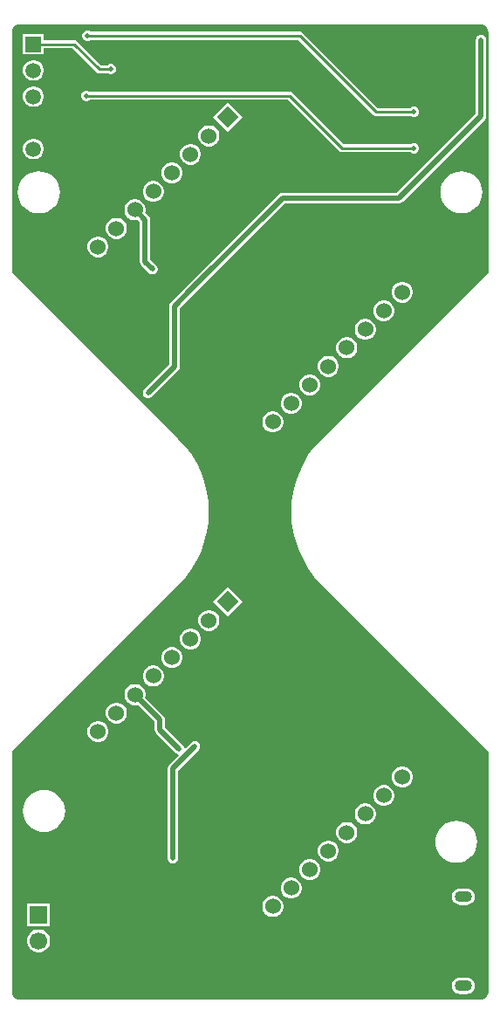
<source format=gtl>
G04*
G04 #@! TF.GenerationSoftware,Altium Limited,Altium Designer,21.6.1 (37)*
G04*
G04 Layer_Physical_Order=1*
G04 Layer_Color=16711680*
%FSLAX25Y25*%
%MOIN*%
G70*
G04*
G04 #@! TF.SameCoordinates,C0504D16-1B66-4A67-A265-E874579EAF83*
G04*
G04*
G04 #@! TF.FilePolarity,Positive*
G04*
G01*
G75*
%ADD11C,0.01000*%
%ADD19C,0.01968*%
%ADD20C,0.05906*%
%ADD21R,0.05906X0.05906*%
%ADD22C,0.06000*%
%ADD23P,0.08485X4X90.0*%
%ADD24R,0.06693X0.06693*%
%ADD25C,0.06693*%
%ADD26O,0.06693X0.04331*%
%ADD27C,0.01968*%
G36*
X88947Y186129D02*
X89613Y185854D01*
X90185Y185415D01*
X90623Y184843D01*
X90899Y184177D01*
X90931Y183938D01*
X90990Y183463D01*
X90990Y182967D01*
X90990Y182964D01*
Y91383D01*
X27493Y27886D01*
X27127Y27545D01*
X27127Y27545D01*
X24560Y24712D01*
X22282Y21642D01*
X20317Y18363D01*
X18683Y14907D01*
X17395Y11308D01*
X16466Y7600D01*
X15905Y3818D01*
X15717Y0D01*
X15905Y-3818D01*
X16466Y-7600D01*
X17395Y-11308D01*
X18683Y-14907D01*
X20317Y-18363D01*
X22282Y-21642D01*
X24560Y-24712D01*
X27127Y-27545D01*
X27127Y-27545D01*
X27493Y-27886D01*
X90990Y-91383D01*
Y-182967D01*
X90990Y-183463D01*
X90931Y-183938D01*
X90899Y-184177D01*
X90623Y-184843D01*
X90185Y-185415D01*
X89613Y-185854D01*
X88947Y-186129D01*
X88241Y-186222D01*
X88232Y-186221D01*
X-88175D01*
X-88184Y-186222D01*
X-88890Y-186129D01*
X-89556Y-185854D01*
X-90128Y-185415D01*
X-90566Y-184843D01*
X-90842Y-184177D01*
X-90874Y-183938D01*
X-90933Y-183462D01*
X-90934Y-182963D01*
X-90990Y-91383D01*
X-27139Y-27533D01*
X-27127Y-27545D01*
X-24560Y-24712D01*
X-22282Y-21642D01*
X-20317Y-18363D01*
X-18683Y-14907D01*
X-17395Y-11308D01*
X-16466Y-7600D01*
X-15905Y-3818D01*
X-15717Y0D01*
X-15905Y3818D01*
X-16466Y7600D01*
X-17395Y11308D01*
X-18683Y14907D01*
X-20317Y18363D01*
X-22282Y21642D01*
X-24560Y24712D01*
X-27127Y27545D01*
X-27139Y27533D01*
X-90990Y91384D01*
Y182967D01*
X-90990Y183463D01*
X-90931Y183938D01*
X-90899Y184177D01*
X-90623Y184843D01*
X-90185Y185415D01*
X-89613Y185854D01*
X-88947Y186129D01*
X-88241Y186222D01*
X-88232Y186221D01*
X88232Y186221D01*
X88241Y186222D01*
X88947Y186129D01*
D02*
G37*
%LPC*%
G36*
X-78847Y182553D02*
X-86753D01*
Y174647D01*
X-78847D01*
Y177071D01*
X-67933D01*
X-58781Y167919D01*
X-58285Y167587D01*
X-57700Y167471D01*
X-54477D01*
X-54324Y167318D01*
X-53595Y167016D01*
X-52805D01*
X-52076Y167318D01*
X-51518Y167876D01*
X-51216Y168605D01*
Y169395D01*
X-51518Y170124D01*
X-52076Y170682D01*
X-52805Y170984D01*
X-53595D01*
X-54324Y170682D01*
X-54477Y170529D01*
X-57067D01*
X-66219Y179681D01*
X-66715Y180013D01*
X-67300Y180129D01*
X-78847D01*
Y182553D01*
D02*
G37*
G36*
X-82280Y172553D02*
X-83320D01*
X-84326Y172283D01*
X-85227Y171763D01*
X-85963Y171027D01*
X-86483Y170126D01*
X-86753Y169120D01*
Y168080D01*
X-86483Y167074D01*
X-85963Y166173D01*
X-85227Y165437D01*
X-84326Y164917D01*
X-83320Y164647D01*
X-82280D01*
X-81274Y164917D01*
X-80373Y165437D01*
X-79637Y166173D01*
X-79117Y167074D01*
X-78847Y168080D01*
Y169120D01*
X-79117Y170126D01*
X-79637Y171027D01*
X-80373Y171763D01*
X-81274Y172283D01*
X-82280Y172553D01*
D02*
G37*
G36*
Y162553D02*
X-83320D01*
X-84326Y162283D01*
X-85227Y161763D01*
X-85963Y161027D01*
X-86483Y160126D01*
X-86753Y159120D01*
Y158080D01*
X-86483Y157074D01*
X-85963Y156173D01*
X-85227Y155437D01*
X-84326Y154917D01*
X-83320Y154647D01*
X-82280D01*
X-81274Y154917D01*
X-80373Y155437D01*
X-79637Y156173D01*
X-79117Y157074D01*
X-78847Y158080D01*
Y159120D01*
X-79117Y160126D01*
X-79637Y161027D01*
X-80373Y161763D01*
X-81274Y162283D01*
X-82280Y162553D01*
D02*
G37*
G36*
X-61705Y183784D02*
X-62495D01*
X-63224Y183482D01*
X-63782Y182924D01*
X-64084Y182195D01*
Y181405D01*
X-63782Y180676D01*
X-63224Y180118D01*
X-62495Y179816D01*
X-61705D01*
X-60976Y180118D01*
X-60823Y180271D01*
X18466D01*
X47139Y151598D01*
X47635Y151267D01*
X48221Y151150D01*
X48221Y151150D01*
X61323D01*
X61476Y150997D01*
X62205Y150695D01*
X62995D01*
X63724Y150997D01*
X64282Y151556D01*
X64584Y152285D01*
Y153074D01*
X64282Y153804D01*
X63724Y154362D01*
X62995Y154664D01*
X62205D01*
X61476Y154362D01*
X61323Y154209D01*
X48854D01*
X20181Y182881D01*
X19685Y183213D01*
X19100Y183329D01*
X-60823D01*
X-60976Y183482D01*
X-61705Y183784D01*
D02*
G37*
G36*
X-8658Y156332D02*
X-14315Y150675D01*
X-8658Y145018D01*
X-3001Y150675D01*
X-8658Y156332D01*
D02*
G37*
G36*
X-15202Y147604D02*
X-16256D01*
X-17273Y147331D01*
X-18185Y146805D01*
X-18930Y146060D01*
X-19456Y145148D01*
X-19729Y144131D01*
Y143077D01*
X-19456Y142060D01*
X-18930Y141148D01*
X-18185Y140403D01*
X-17273Y139877D01*
X-16256Y139604D01*
X-15202D01*
X-14185Y139877D01*
X-13273Y140403D01*
X-12528Y141148D01*
X-12002Y142060D01*
X-11729Y143077D01*
Y144131D01*
X-12002Y145148D01*
X-12528Y146060D01*
X-13273Y146805D01*
X-14185Y147331D01*
X-15202Y147604D01*
D02*
G37*
G36*
X-62105Y160884D02*
X-62895D01*
X-63624Y160582D01*
X-64182Y160024D01*
X-64484Y159295D01*
Y158505D01*
X-64182Y157776D01*
X-63624Y157218D01*
X-62895Y156916D01*
X-62105D01*
X-61376Y157218D01*
X-61223Y157371D01*
X14567D01*
X34119Y137819D01*
X34615Y137487D01*
X35200Y137371D01*
X61323D01*
X61476Y137218D01*
X62205Y136916D01*
X62995D01*
X63724Y137218D01*
X64282Y137776D01*
X64584Y138505D01*
Y139295D01*
X64282Y140024D01*
X63724Y140582D01*
X62995Y140884D01*
X62205D01*
X61476Y140582D01*
X61323Y140429D01*
X35833D01*
X16281Y159981D01*
X15785Y160313D01*
X15200Y160429D01*
X-61223D01*
X-61376Y160582D01*
X-62105Y160884D01*
D02*
G37*
G36*
X-82280Y142553D02*
X-83320D01*
X-84326Y142283D01*
X-85227Y141763D01*
X-85963Y141027D01*
X-86483Y140126D01*
X-86753Y139120D01*
Y138080D01*
X-86483Y137074D01*
X-85963Y136173D01*
X-85227Y135437D01*
X-84326Y134917D01*
X-83320Y134647D01*
X-82280D01*
X-81274Y134917D01*
X-80373Y135437D01*
X-79637Y136173D01*
X-79117Y137074D01*
X-78847Y138080D01*
Y139120D01*
X-79117Y140126D01*
X-79637Y141027D01*
X-80373Y141763D01*
X-81274Y142283D01*
X-82280Y142553D01*
D02*
G37*
G36*
X-22273Y140533D02*
X-23327D01*
X-24344Y140260D01*
X-25256Y139734D01*
X-26001Y138989D01*
X-26527Y138077D01*
X-26800Y137059D01*
Y136006D01*
X-26527Y134989D01*
X-26001Y134077D01*
X-25256Y133332D01*
X-24344Y132806D01*
X-23327Y132533D01*
X-22273D01*
X-21256Y132806D01*
X-20344Y133332D01*
X-19599Y134077D01*
X-19073Y134989D01*
X-18800Y136006D01*
Y137059D01*
X-19073Y138077D01*
X-19599Y138989D01*
X-20344Y139734D01*
X-21256Y140260D01*
X-22273Y140533D01*
D02*
G37*
G36*
X-29344Y133462D02*
X-30398D01*
X-31415Y133189D01*
X-32327Y132663D01*
X-33072Y131918D01*
X-33599Y131006D01*
X-33871Y129988D01*
Y128935D01*
X-33599Y127918D01*
X-33072Y127006D01*
X-32327Y126261D01*
X-31415Y125734D01*
X-30398Y125462D01*
X-29344D01*
X-28327Y125734D01*
X-27415Y126261D01*
X-26670Y127006D01*
X-26144Y127918D01*
X-25871Y128935D01*
Y129988D01*
X-26144Y131006D01*
X-26670Y131918D01*
X-27415Y132663D01*
X-28327Y133189D01*
X-29344Y133462D01*
D02*
G37*
G36*
X-36415Y126391D02*
X-37469D01*
X-38486Y126118D01*
X-39398Y125592D01*
X-40143Y124847D01*
X-40670Y123935D01*
X-40942Y122917D01*
Y121864D01*
X-40670Y120847D01*
X-40143Y119935D01*
X-39398Y119190D01*
X-38486Y118663D01*
X-37469Y118391D01*
X-36415D01*
X-35398Y118663D01*
X-34486Y119190D01*
X-33741Y119935D01*
X-33215Y120847D01*
X-32942Y121864D01*
Y122917D01*
X-33215Y123935D01*
X-33741Y124847D01*
X-34486Y125592D01*
X-35398Y126118D01*
X-36415Y126391D01*
D02*
G37*
G36*
X80709Y130082D02*
X79141Y129928D01*
X77634Y129470D01*
X76245Y128728D01*
X75027Y127729D01*
X74028Y126511D01*
X73286Y125122D01*
X72828Y123615D01*
X72674Y122047D01*
X72828Y120480D01*
X73286Y118973D01*
X74028Y117583D01*
X75027Y116366D01*
X76245Y115367D01*
X77634Y114624D01*
X79141Y114167D01*
X80709Y114013D01*
X82276Y114167D01*
X83783Y114624D01*
X85172Y115367D01*
X86390Y116366D01*
X87389Y117583D01*
X88132Y118973D01*
X88589Y120480D01*
X88743Y122047D01*
X88589Y123615D01*
X88132Y125122D01*
X87389Y126511D01*
X86390Y127729D01*
X85172Y128728D01*
X83783Y129470D01*
X82276Y129928D01*
X80709Y130082D01*
D02*
G37*
G36*
X-80709D02*
X-82276Y129928D01*
X-83783Y129470D01*
X-85172Y128728D01*
X-86390Y127729D01*
X-87389Y126511D01*
X-88132Y125122D01*
X-88589Y123615D01*
X-88743Y122047D01*
X-88589Y120480D01*
X-88132Y118973D01*
X-87389Y117583D01*
X-86390Y116366D01*
X-85172Y115367D01*
X-83783Y114624D01*
X-82276Y114167D01*
X-80709Y114013D01*
X-79141Y114167D01*
X-77634Y114624D01*
X-76245Y115367D01*
X-75027Y116366D01*
X-74028Y117583D01*
X-73286Y118973D01*
X-72828Y120480D01*
X-72674Y122047D01*
X-72828Y123615D01*
X-73286Y125122D01*
X-74028Y126511D01*
X-75027Y127729D01*
X-76245Y128728D01*
X-77634Y129470D01*
X-79141Y129928D01*
X-80709Y130082D01*
D02*
G37*
G36*
X-50558Y112249D02*
X-51611D01*
X-52628Y111976D01*
X-53540Y111449D01*
X-54285Y110705D01*
X-54812Y109793D01*
X-55084Y108775D01*
Y107722D01*
X-54812Y106705D01*
X-54285Y105793D01*
X-53540Y105048D01*
X-52628Y104521D01*
X-51611Y104249D01*
X-50558D01*
X-49540Y104521D01*
X-48628Y105048D01*
X-47883Y105793D01*
X-47357Y106705D01*
X-47084Y107722D01*
Y108775D01*
X-47357Y109793D01*
X-47883Y110705D01*
X-48628Y111449D01*
X-49540Y111976D01*
X-50558Y112249D01*
D02*
G37*
G36*
X-57629Y105178D02*
X-58682D01*
X-59699Y104905D01*
X-60611Y104378D01*
X-61356Y103634D01*
X-61883Y102722D01*
X-62155Y101704D01*
Y100651D01*
X-61883Y99634D01*
X-61356Y98721D01*
X-60611Y97977D01*
X-59699Y97450D01*
X-58682Y97178D01*
X-57629D01*
X-56611Y97450D01*
X-55699Y97977D01*
X-54954Y98721D01*
X-54428Y99634D01*
X-54155Y100651D01*
Y101704D01*
X-54428Y102722D01*
X-54954Y103634D01*
X-55699Y104378D01*
X-56611Y104905D01*
X-57629Y105178D01*
D02*
G37*
G36*
X-43487Y119320D02*
X-44540D01*
X-45557Y119047D01*
X-46469Y118520D01*
X-47214Y117776D01*
X-47741Y116864D01*
X-48013Y115846D01*
Y114793D01*
X-47741Y113776D01*
X-47214Y112864D01*
X-46469Y112119D01*
X-45557Y111592D01*
X-44540Y111320D01*
X-43487D01*
X-43004Y111449D01*
X-42123Y110568D01*
Y95500D01*
X-41969Y94726D01*
X-41531Y94069D01*
X-38731Y91269D01*
X-38565Y91159D01*
X-38424Y91018D01*
X-38240Y90942D01*
X-38074Y90831D01*
X-37879Y90792D01*
X-37695Y90716D01*
X-37495D01*
X-37300Y90677D01*
X-37105Y90716D01*
X-36905D01*
X-36721Y90792D01*
X-36526Y90831D01*
X-36360Y90942D01*
X-36176Y91018D01*
X-36035Y91159D01*
X-35869Y91269D01*
X-35759Y91435D01*
X-35618Y91576D01*
X-35542Y91760D01*
X-35431Y91926D01*
X-35392Y92121D01*
X-35316Y92305D01*
Y92505D01*
X-35277Y92700D01*
X-35316Y92895D01*
Y93095D01*
X-35392Y93279D01*
X-35431Y93474D01*
X-35542Y93640D01*
X-35618Y93824D01*
X-35759Y93965D01*
X-35869Y94131D01*
X-38077Y96338D01*
Y111407D01*
X-38231Y112181D01*
X-38669Y112837D01*
X-40143Y114310D01*
X-40013Y114793D01*
Y115846D01*
X-40286Y116864D01*
X-40812Y117776D01*
X-41557Y118520D01*
X-42469Y119047D01*
X-43487Y119320D01*
D02*
G37*
G36*
X58682Y87862D02*
X57629D01*
X56611Y87589D01*
X55699Y87063D01*
X54954Y86318D01*
X54428Y85406D01*
X54155Y84388D01*
Y83335D01*
X54428Y82318D01*
X54954Y81406D01*
X55699Y80661D01*
X56611Y80134D01*
X57629Y79862D01*
X58682D01*
X59699Y80134D01*
X60611Y80661D01*
X61356Y81406D01*
X61883Y82318D01*
X62155Y83335D01*
Y84388D01*
X61883Y85406D01*
X61356Y86318D01*
X60611Y87063D01*
X59699Y87589D01*
X58682Y87862D01*
D02*
G37*
G36*
X51611Y80791D02*
X50558D01*
X49540Y80518D01*
X48628Y79992D01*
X47883Y79247D01*
X47357Y78335D01*
X47084Y77317D01*
Y76264D01*
X47357Y75247D01*
X47883Y74335D01*
X48628Y73590D01*
X49540Y73063D01*
X50558Y72791D01*
X51611D01*
X52628Y73063D01*
X53540Y73590D01*
X54285Y74335D01*
X54812Y75247D01*
X55084Y76264D01*
Y77317D01*
X54812Y78335D01*
X54285Y79247D01*
X53540Y79992D01*
X52628Y80518D01*
X51611Y80791D01*
D02*
G37*
G36*
X44540Y73720D02*
X43487D01*
X42469Y73447D01*
X41557Y72921D01*
X40812Y72176D01*
X40286Y71264D01*
X40013Y70246D01*
Y69193D01*
X40286Y68176D01*
X40812Y67264D01*
X41557Y66519D01*
X42469Y65992D01*
X43487Y65720D01*
X44540D01*
X45557Y65992D01*
X46469Y66519D01*
X47214Y67264D01*
X47741Y68176D01*
X48013Y69193D01*
Y70246D01*
X47741Y71264D01*
X47214Y72176D01*
X46469Y72921D01*
X45557Y73447D01*
X44540Y73720D01*
D02*
G37*
G36*
X37469Y66649D02*
X36415D01*
X35398Y66376D01*
X34486Y65849D01*
X33741Y65105D01*
X33215Y64193D01*
X32942Y63175D01*
Y62122D01*
X33215Y61105D01*
X33741Y60193D01*
X34486Y59448D01*
X35398Y58921D01*
X36415Y58649D01*
X37469D01*
X38486Y58921D01*
X39398Y59448D01*
X40143Y60193D01*
X40670Y61105D01*
X40942Y62122D01*
Y63175D01*
X40670Y64193D01*
X40143Y65105D01*
X39398Y65849D01*
X38486Y66376D01*
X37469Y66649D01*
D02*
G37*
G36*
X30398Y59578D02*
X29344D01*
X28327Y59305D01*
X27415Y58778D01*
X26670Y58034D01*
X26144Y57121D01*
X25871Y56104D01*
Y55051D01*
X26144Y54034D01*
X26670Y53122D01*
X27415Y52377D01*
X28327Y51850D01*
X29344Y51578D01*
X30398D01*
X31415Y51850D01*
X32327Y52377D01*
X33072Y53122D01*
X33599Y54034D01*
X33871Y55051D01*
Y56104D01*
X33599Y57121D01*
X33072Y58034D01*
X32327Y58778D01*
X31415Y59305D01*
X30398Y59578D01*
D02*
G37*
G36*
X23327Y52507D02*
X22273D01*
X21256Y52234D01*
X20344Y51707D01*
X19599Y50963D01*
X19073Y50050D01*
X18800Y49033D01*
Y47980D01*
X19073Y46962D01*
X19599Y46050D01*
X20344Y45306D01*
X21256Y44779D01*
X22273Y44506D01*
X23327D01*
X24344Y44779D01*
X25256Y45306D01*
X26001Y46050D01*
X26527Y46962D01*
X26800Y47980D01*
Y49033D01*
X26527Y50050D01*
X26001Y50963D01*
X25256Y51707D01*
X24344Y52234D01*
X23327Y52507D01*
D02*
G37*
G36*
X88200Y182223D02*
X88005Y182184D01*
X87805D01*
X87621Y182108D01*
X87426Y182069D01*
X87260Y181958D01*
X87076Y181882D01*
X86935Y181741D01*
X86769Y181631D01*
X86659Y181465D01*
X86518Y181324D01*
X86442Y181140D01*
X86331Y180974D01*
X86292Y180779D01*
X86216Y180595D01*
Y180395D01*
X86177Y180200D01*
Y152038D01*
X56062Y121923D01*
X12432D01*
X11657Y121769D01*
X11001Y121331D01*
X-23831Y86499D01*
X-30331Y79999D01*
X-30769Y79343D01*
X-30923Y78568D01*
Y56338D01*
X-40431Y46831D01*
X-40541Y46665D01*
X-40682Y46524D01*
X-40758Y46340D01*
X-40869Y46174D01*
X-40908Y45979D01*
X-40984Y45795D01*
Y45595D01*
X-41023Y45400D01*
X-40984Y45205D01*
Y45005D01*
X-40908Y44821D01*
X-40869Y44626D01*
X-40758Y44460D01*
X-40682Y44276D01*
X-40541Y44135D01*
X-40431Y43969D01*
X-40265Y43859D01*
X-40124Y43718D01*
X-39940Y43642D01*
X-39774Y43531D01*
X-39579Y43492D01*
X-39395Y43416D01*
X-39195D01*
X-39000Y43377D01*
X-38805Y43416D01*
X-38605D01*
X-38421Y43492D01*
X-38226Y43531D01*
X-38060Y43642D01*
X-37876Y43718D01*
X-37735Y43859D01*
X-37569Y43969D01*
X-27469Y54069D01*
X-27031Y54726D01*
X-26877Y55500D01*
Y77730D01*
X-20969Y83638D01*
X13270Y117877D01*
X56900D01*
X57674Y118031D01*
X58331Y118469D01*
X89631Y149769D01*
X90069Y150426D01*
X90223Y151200D01*
Y180200D01*
X90184Y180395D01*
Y180595D01*
X90108Y180779D01*
X90069Y180974D01*
X89958Y181140D01*
X89882Y181324D01*
X89741Y181465D01*
X89631Y181631D01*
X89465Y181741D01*
X89324Y181882D01*
X89140Y181958D01*
X88974Y182069D01*
X88779Y182108D01*
X88595Y182184D01*
X88395D01*
X88200Y182223D01*
D02*
G37*
G36*
X16256Y45435D02*
X15202D01*
X14185Y45163D01*
X13273Y44636D01*
X12528Y43892D01*
X12002Y42979D01*
X11729Y41962D01*
Y40909D01*
X12002Y39891D01*
X12528Y38979D01*
X13273Y38235D01*
X14185Y37708D01*
X15202Y37435D01*
X16256D01*
X17273Y37708D01*
X18185Y38235D01*
X18930Y38979D01*
X19456Y39891D01*
X19729Y40909D01*
Y41962D01*
X19456Y42979D01*
X18930Y43892D01*
X18185Y44636D01*
X17273Y45163D01*
X16256Y45435D01*
D02*
G37*
G36*
X9184Y38364D02*
X8131D01*
X7114Y38092D01*
X6202Y37565D01*
X5457Y36820D01*
X4930Y35908D01*
X4658Y34891D01*
Y33838D01*
X4930Y32820D01*
X5457Y31908D01*
X6202Y31163D01*
X7114Y30637D01*
X8131Y30364D01*
X9184D01*
X10202Y30637D01*
X11114Y31163D01*
X11859Y31908D01*
X12385Y32820D01*
X12658Y33838D01*
Y34891D01*
X12385Y35908D01*
X11859Y36820D01*
X11114Y37565D01*
X10202Y38092D01*
X9184Y38364D01*
D02*
G37*
G36*
X-8658Y-28708D02*
X-14315Y-34364D01*
X-8658Y-40021D01*
X-3001Y-34364D01*
X-8658Y-28708D01*
D02*
G37*
G36*
X-15202Y-37435D02*
X-16256D01*
X-17273Y-37708D01*
X-18185Y-38235D01*
X-18930Y-38979D01*
X-19456Y-39891D01*
X-19729Y-40909D01*
Y-41962D01*
X-19456Y-42979D01*
X-18930Y-43892D01*
X-18185Y-44636D01*
X-17273Y-45163D01*
X-16256Y-45435D01*
X-15202D01*
X-14185Y-45163D01*
X-13273Y-44636D01*
X-12528Y-43892D01*
X-12002Y-42979D01*
X-11729Y-41962D01*
Y-40909D01*
X-12002Y-39891D01*
X-12528Y-38979D01*
X-13273Y-38235D01*
X-14185Y-37708D01*
X-15202Y-37435D01*
D02*
G37*
G36*
X-22273Y-44506D02*
X-23327D01*
X-24344Y-44779D01*
X-25256Y-45306D01*
X-26001Y-46050D01*
X-26527Y-46962D01*
X-26800Y-47980D01*
Y-49033D01*
X-26527Y-50050D01*
X-26001Y-50963D01*
X-25256Y-51707D01*
X-24344Y-52234D01*
X-23327Y-52507D01*
X-22273D01*
X-21256Y-52234D01*
X-20344Y-51707D01*
X-19599Y-50963D01*
X-19073Y-50050D01*
X-18800Y-49033D01*
Y-47980D01*
X-19073Y-46962D01*
X-19599Y-46050D01*
X-20344Y-45306D01*
X-21256Y-44779D01*
X-22273Y-44506D01*
D02*
G37*
G36*
X-29344Y-51578D02*
X-30398D01*
X-31415Y-51850D01*
X-32327Y-52377D01*
X-33072Y-53122D01*
X-33599Y-54034D01*
X-33871Y-55051D01*
Y-56104D01*
X-33599Y-57121D01*
X-33072Y-58034D01*
X-32327Y-58778D01*
X-31415Y-59305D01*
X-30398Y-59578D01*
X-29344D01*
X-28327Y-59305D01*
X-27415Y-58778D01*
X-26670Y-58034D01*
X-26144Y-57121D01*
X-25871Y-56104D01*
Y-55051D01*
X-26144Y-54034D01*
X-26670Y-53122D01*
X-27415Y-52377D01*
X-28327Y-51850D01*
X-29344Y-51578D01*
D02*
G37*
G36*
X-36415Y-58649D02*
X-37469D01*
X-38486Y-58921D01*
X-39398Y-59448D01*
X-40143Y-60193D01*
X-40670Y-61105D01*
X-40942Y-62122D01*
Y-63175D01*
X-40670Y-64193D01*
X-40143Y-65105D01*
X-39398Y-65849D01*
X-38486Y-66376D01*
X-37469Y-66649D01*
X-36415D01*
X-35398Y-66376D01*
X-34486Y-65849D01*
X-33741Y-65105D01*
X-33215Y-64193D01*
X-32942Y-63175D01*
Y-62122D01*
X-33215Y-61105D01*
X-33741Y-60193D01*
X-34486Y-59448D01*
X-35398Y-58921D01*
X-36415Y-58649D01*
D02*
G37*
G36*
X-50558Y-72791D02*
X-51611D01*
X-52628Y-73063D01*
X-53540Y-73590D01*
X-54285Y-74335D01*
X-54812Y-75247D01*
X-55084Y-76264D01*
Y-77317D01*
X-54812Y-78335D01*
X-54285Y-79247D01*
X-53540Y-79992D01*
X-52628Y-80518D01*
X-51611Y-80791D01*
X-50558D01*
X-49540Y-80518D01*
X-48628Y-79992D01*
X-47883Y-79247D01*
X-47357Y-78335D01*
X-47084Y-77317D01*
Y-76264D01*
X-47357Y-75247D01*
X-47883Y-74335D01*
X-48628Y-73590D01*
X-49540Y-73063D01*
X-50558Y-72791D01*
D02*
G37*
G36*
X-57629Y-79862D02*
X-58682D01*
X-59699Y-80134D01*
X-60611Y-80661D01*
X-61356Y-81406D01*
X-61883Y-82318D01*
X-62155Y-83335D01*
Y-84388D01*
X-61883Y-85406D01*
X-61356Y-86318D01*
X-60611Y-87063D01*
X-59699Y-87589D01*
X-58682Y-87862D01*
X-57629D01*
X-56611Y-87589D01*
X-55699Y-87063D01*
X-54954Y-86318D01*
X-54428Y-85406D01*
X-54155Y-84388D01*
Y-83335D01*
X-54428Y-82318D01*
X-54954Y-81406D01*
X-55699Y-80661D01*
X-56611Y-80134D01*
X-57629Y-79862D01*
D02*
G37*
G36*
X58682Y-97178D02*
X57629D01*
X56611Y-97450D01*
X55699Y-97977D01*
X54954Y-98721D01*
X54428Y-99634D01*
X54155Y-100651D01*
Y-101704D01*
X54428Y-102722D01*
X54954Y-103634D01*
X55699Y-104378D01*
X56611Y-104905D01*
X57629Y-105178D01*
X58682D01*
X59699Y-104905D01*
X60611Y-104378D01*
X61356Y-103634D01*
X61883Y-102722D01*
X62155Y-101704D01*
Y-100651D01*
X61883Y-99634D01*
X61356Y-98721D01*
X60611Y-97977D01*
X59699Y-97450D01*
X58682Y-97178D01*
D02*
G37*
G36*
X51611Y-104249D02*
X50558D01*
X49540Y-104521D01*
X48628Y-105048D01*
X47883Y-105793D01*
X47357Y-106705D01*
X47084Y-107722D01*
Y-108775D01*
X47357Y-109793D01*
X47883Y-110705D01*
X48628Y-111449D01*
X49540Y-111976D01*
X50558Y-112249D01*
X51611D01*
X52628Y-111976D01*
X53540Y-111449D01*
X54285Y-110705D01*
X54812Y-109793D01*
X55084Y-108775D01*
Y-107722D01*
X54812Y-106705D01*
X54285Y-105793D01*
X53540Y-105048D01*
X52628Y-104521D01*
X51611Y-104249D01*
D02*
G37*
G36*
X44540Y-111320D02*
X43487D01*
X42469Y-111592D01*
X41557Y-112119D01*
X40812Y-112864D01*
X40286Y-113776D01*
X40013Y-114793D01*
Y-115846D01*
X40286Y-116864D01*
X40812Y-117776D01*
X41557Y-118520D01*
X42469Y-119047D01*
X43487Y-119320D01*
X44540D01*
X45557Y-119047D01*
X46469Y-118520D01*
X47214Y-117776D01*
X47741Y-116864D01*
X48013Y-115846D01*
Y-114793D01*
X47741Y-113776D01*
X47214Y-112864D01*
X46469Y-112119D01*
X45557Y-111592D01*
X44540Y-111320D01*
D02*
G37*
G36*
X-78740Y-106139D02*
X-80308Y-106293D01*
X-81815Y-106750D01*
X-83204Y-107493D01*
X-84422Y-108492D01*
X-85421Y-109709D01*
X-86163Y-111099D01*
X-86620Y-112606D01*
X-86775Y-114173D01*
X-86620Y-115741D01*
X-86163Y-117248D01*
X-85421Y-118637D01*
X-84422Y-119855D01*
X-83204Y-120854D01*
X-81815Y-121596D01*
X-80308Y-122054D01*
X-78740Y-122208D01*
X-77173Y-122054D01*
X-75665Y-121596D01*
X-74276Y-120854D01*
X-73059Y-119855D01*
X-72060Y-118637D01*
X-71317Y-117248D01*
X-70860Y-115741D01*
X-70705Y-114173D01*
X-70860Y-112606D01*
X-71317Y-111099D01*
X-72060Y-109709D01*
X-73059Y-108492D01*
X-74276Y-107493D01*
X-75665Y-106750D01*
X-77173Y-106293D01*
X-78740Y-106139D01*
D02*
G37*
G36*
X37469Y-118391D02*
X36415D01*
X35398Y-118663D01*
X34486Y-119190D01*
X33741Y-119935D01*
X33215Y-120847D01*
X32942Y-121864D01*
Y-122917D01*
X33215Y-123935D01*
X33741Y-124847D01*
X34486Y-125592D01*
X35398Y-126118D01*
X36415Y-126391D01*
X37469D01*
X38486Y-126118D01*
X39398Y-125592D01*
X40143Y-124847D01*
X40670Y-123935D01*
X40942Y-122917D01*
Y-121864D01*
X40670Y-120847D01*
X40143Y-119935D01*
X39398Y-119190D01*
X38486Y-118663D01*
X37469Y-118391D01*
D02*
G37*
G36*
X30398Y-125462D02*
X29344D01*
X28327Y-125734D01*
X27415Y-126261D01*
X26670Y-127006D01*
X26144Y-127918D01*
X25871Y-128935D01*
Y-129988D01*
X26144Y-131006D01*
X26670Y-131918D01*
X27415Y-132663D01*
X28327Y-133189D01*
X29344Y-133462D01*
X30398D01*
X31415Y-133189D01*
X32327Y-132663D01*
X33072Y-131918D01*
X33599Y-131006D01*
X33871Y-129988D01*
Y-128935D01*
X33599Y-127918D01*
X33072Y-127006D01*
X32327Y-126261D01*
X31415Y-125734D01*
X30398Y-125462D01*
D02*
G37*
G36*
X78740Y-117949D02*
X77173Y-118104D01*
X75665Y-118561D01*
X74276Y-119304D01*
X73059Y-120303D01*
X72060Y-121520D01*
X71317Y-122909D01*
X70860Y-124417D01*
X70705Y-125984D01*
X70860Y-127552D01*
X71317Y-129059D01*
X72060Y-130448D01*
X73059Y-131666D01*
X74276Y-132665D01*
X75665Y-133407D01*
X77173Y-133865D01*
X78740Y-134019D01*
X80308Y-133865D01*
X81815Y-133407D01*
X83204Y-132665D01*
X84422Y-131666D01*
X85421Y-130448D01*
X86163Y-129059D01*
X86620Y-127552D01*
X86775Y-125984D01*
X86620Y-124417D01*
X86163Y-122909D01*
X85421Y-121520D01*
X84422Y-120303D01*
X83204Y-119304D01*
X81815Y-118561D01*
X80308Y-118104D01*
X78740Y-117949D01*
D02*
G37*
G36*
X-43487Y-65720D02*
X-44540D01*
X-45557Y-65992D01*
X-46469Y-66519D01*
X-47214Y-67264D01*
X-47741Y-68176D01*
X-48013Y-69193D01*
Y-70246D01*
X-47741Y-71264D01*
X-47214Y-72176D01*
X-46469Y-72921D01*
X-45557Y-73447D01*
X-44540Y-73720D01*
X-43487D01*
X-43004Y-73590D01*
X-36523Y-80071D01*
Y-83100D01*
X-36369Y-83874D01*
X-35931Y-84531D01*
X-28631Y-91831D01*
X-28465Y-91941D01*
X-28324Y-92082D01*
X-28140Y-92158D01*
X-27974Y-92269D01*
X-27779Y-92308D01*
X-27595Y-92384D01*
X-27553D01*
X-27373Y-92728D01*
X-27362Y-92901D01*
X-30931Y-96469D01*
X-31369Y-97126D01*
X-31523Y-97900D01*
Y-132200D01*
X-31484Y-132395D01*
Y-132595D01*
X-31408Y-132779D01*
X-31369Y-132974D01*
X-31258Y-133140D01*
X-31182Y-133324D01*
X-31041Y-133465D01*
X-30931Y-133631D01*
X-30765Y-133741D01*
X-30624Y-133882D01*
X-30440Y-133958D01*
X-30274Y-134069D01*
X-30079Y-134108D01*
X-29895Y-134184D01*
X-29695D01*
X-29500Y-134223D01*
X-29305Y-134184D01*
X-29105D01*
X-28921Y-134108D01*
X-28726Y-134069D01*
X-28560Y-133958D01*
X-28376Y-133882D01*
X-28235Y-133741D01*
X-28069Y-133631D01*
X-27959Y-133465D01*
X-27818Y-133324D01*
X-27742Y-133140D01*
X-27631Y-132974D01*
X-27592Y-132779D01*
X-27516Y-132595D01*
Y-132395D01*
X-27477Y-132200D01*
Y-98738D01*
X-19669Y-90931D01*
X-19559Y-90765D01*
X-19418Y-90624D01*
X-19342Y-90440D01*
X-19231Y-90274D01*
X-19192Y-90079D01*
X-19116Y-89895D01*
Y-89695D01*
X-19077Y-89500D01*
X-19116Y-89305D01*
Y-89105D01*
X-19192Y-88921D01*
X-19231Y-88726D01*
X-19342Y-88560D01*
X-19418Y-88376D01*
X-19559Y-88235D01*
X-19669Y-88069D01*
X-19835Y-87959D01*
X-19976Y-87818D01*
X-20160Y-87742D01*
X-20326Y-87631D01*
X-20521Y-87592D01*
X-20705Y-87516D01*
X-20905D01*
X-21100Y-87477D01*
X-21295Y-87516D01*
X-21495D01*
X-21679Y-87592D01*
X-21874Y-87631D01*
X-22040Y-87742D01*
X-22224Y-87818D01*
X-22365Y-87959D01*
X-22531Y-88069D01*
X-24699Y-90238D01*
X-24872Y-90227D01*
X-25216Y-90048D01*
Y-90005D01*
X-25292Y-89821D01*
X-25331Y-89626D01*
X-25442Y-89460D01*
X-25518Y-89276D01*
X-25659Y-89135D01*
X-25769Y-88969D01*
X-32477Y-82262D01*
Y-79233D01*
X-32631Y-78459D01*
X-33069Y-77802D01*
X-40143Y-70729D01*
X-40013Y-70246D01*
Y-69193D01*
X-40286Y-68176D01*
X-40812Y-67264D01*
X-41557Y-66519D01*
X-42469Y-65992D01*
X-43487Y-65720D01*
D02*
G37*
G36*
X23327Y-132533D02*
X22273D01*
X21256Y-132806D01*
X20344Y-133332D01*
X19599Y-134077D01*
X19073Y-134989D01*
X18800Y-136006D01*
Y-137059D01*
X19073Y-138077D01*
X19599Y-138989D01*
X20344Y-139734D01*
X21256Y-140260D01*
X22273Y-140533D01*
X23327D01*
X24344Y-140260D01*
X25256Y-139734D01*
X26001Y-138989D01*
X26527Y-138077D01*
X26800Y-137059D01*
Y-136006D01*
X26527Y-134989D01*
X26001Y-134077D01*
X25256Y-133332D01*
X24344Y-132806D01*
X23327Y-132533D01*
D02*
G37*
G36*
X16256Y-139604D02*
X15202D01*
X14185Y-139877D01*
X13273Y-140403D01*
X12528Y-141148D01*
X12002Y-142060D01*
X11729Y-143077D01*
Y-144131D01*
X12002Y-145148D01*
X12528Y-146060D01*
X13273Y-146805D01*
X14185Y-147331D01*
X15202Y-147604D01*
X16256D01*
X17273Y-147331D01*
X18185Y-146805D01*
X18930Y-146060D01*
X19456Y-145148D01*
X19729Y-144131D01*
Y-143077D01*
X19456Y-142060D01*
X18930Y-141148D01*
X18185Y-140403D01*
X17273Y-139877D01*
X16256Y-139604D01*
D02*
G37*
G36*
X82628Y-143730D02*
X80266D01*
X79440Y-143839D01*
X78670Y-144158D01*
X78008Y-144665D01*
X77501Y-145326D01*
X77182Y-146097D01*
X77073Y-146923D01*
X77182Y-147749D01*
X77501Y-148519D01*
X78008Y-149180D01*
X78670Y-149688D01*
X79440Y-150007D01*
X80266Y-150116D01*
X82628D01*
X83455Y-150007D01*
X84224Y-149688D01*
X84886Y-149180D01*
X85393Y-148519D01*
X85712Y-147749D01*
X85821Y-146923D01*
X85712Y-146097D01*
X85393Y-145326D01*
X84886Y-144665D01*
X84224Y-144158D01*
X83455Y-143839D01*
X82628Y-143730D01*
D02*
G37*
G36*
X9184Y-146675D02*
X8131D01*
X7114Y-146948D01*
X6202Y-147474D01*
X5457Y-148219D01*
X4930Y-149131D01*
X4658Y-150148D01*
Y-151202D01*
X4930Y-152219D01*
X5457Y-153131D01*
X6202Y-153876D01*
X7114Y-154402D01*
X8131Y-154675D01*
X9184D01*
X10202Y-154402D01*
X11114Y-153876D01*
X11859Y-153131D01*
X12385Y-152219D01*
X12658Y-151202D01*
Y-150148D01*
X12385Y-149131D01*
X11859Y-148219D01*
X11114Y-147474D01*
X10202Y-146948D01*
X9184Y-146675D01*
D02*
G37*
G36*
X-76399Y-149401D02*
X-85092D01*
Y-158094D01*
X-76399D01*
Y-149401D01*
D02*
G37*
G36*
X-80173Y-159401D02*
X-81318D01*
X-82423Y-159697D01*
X-83414Y-160270D01*
X-84224Y-161079D01*
X-84796Y-162070D01*
X-85092Y-163175D01*
Y-164320D01*
X-84796Y-165425D01*
X-84224Y-166417D01*
X-83414Y-167226D01*
X-82423Y-167798D01*
X-81318Y-168094D01*
X-80173D01*
X-79068Y-167798D01*
X-78077Y-167226D01*
X-77267Y-166417D01*
X-76695Y-165425D01*
X-76399Y-164320D01*
Y-163175D01*
X-76695Y-162070D01*
X-77267Y-161079D01*
X-78077Y-160270D01*
X-79068Y-159697D01*
X-80173Y-159401D01*
D02*
G37*
G36*
X82628Y-177746D02*
X80266D01*
X79440Y-177855D01*
X78670Y-178174D01*
X78008Y-178681D01*
X77501Y-179342D01*
X77182Y-180112D01*
X77073Y-180939D01*
X77182Y-181765D01*
X77501Y-182535D01*
X78008Y-183196D01*
X78670Y-183703D01*
X79440Y-184022D01*
X80266Y-184131D01*
X82628D01*
X83455Y-184022D01*
X84224Y-183703D01*
X84886Y-183196D01*
X85393Y-182535D01*
X85712Y-181765D01*
X85821Y-180939D01*
X85712Y-180112D01*
X85393Y-179342D01*
X84886Y-178681D01*
X84224Y-178174D01*
X83455Y-177855D01*
X82628Y-177746D01*
D02*
G37*
%LPD*%
D11*
X-62500Y158900D02*
X15200D01*
X35200Y138900D01*
X-62100Y181800D02*
X-62100Y181800D01*
X19100D01*
X48221Y152680D01*
X35200Y138900D02*
X62600D01*
X48221Y152680D02*
X62600D01*
X-67300Y178600D02*
X-57700Y169000D01*
X-53200D01*
X-82800Y178600D02*
X-67300D01*
D19*
X-39000Y45400D02*
X-28900Y55500D01*
Y78568D01*
X56900Y119900D02*
X88200Y151200D01*
X25400Y119900D02*
X56900D01*
X88200Y151200D02*
Y180200D01*
X-44013Y115320D02*
X-40100Y111407D01*
Y95500D02*
Y111407D01*
Y95500D02*
X-37300Y92700D01*
X-29500Y-132200D02*
Y-97900D01*
X-21100Y-89500D01*
X-34500Y-83100D02*
X-27200Y-90400D01*
X-34500Y-83100D02*
Y-79233D01*
X-44013Y-69720D02*
X-34500Y-79233D01*
X-22400Y85068D02*
X12432Y119900D01*
X25400D01*
X-28900Y78568D02*
X-22400Y85068D01*
D20*
X-82800Y138600D02*
D03*
Y148600D02*
D03*
Y158600D02*
D03*
Y168600D02*
D03*
D21*
Y178600D02*
D03*
D22*
X58155Y-101178D02*
D03*
X51084Y-108249D02*
D03*
X44013Y-115320D02*
D03*
X36942Y-122391D02*
D03*
X29871Y-129462D02*
D03*
X22800Y-136533D02*
D03*
X15729Y-143604D02*
D03*
X8658Y-150675D02*
D03*
X-58155Y-83862D02*
D03*
X-51084Y-76791D02*
D03*
X-44013Y-69720D02*
D03*
X-36942Y-62649D02*
D03*
X-29871Y-55577D02*
D03*
X-22800Y-48507D02*
D03*
X-15729Y-41435D02*
D03*
X58155Y83862D02*
D03*
X51084Y76791D02*
D03*
X44013Y69720D02*
D03*
X36942Y62649D02*
D03*
X29871Y55577D02*
D03*
X22800Y48507D02*
D03*
X15729Y41435D02*
D03*
X8658Y34364D02*
D03*
X-58155Y101178D02*
D03*
X-51084Y108249D02*
D03*
X-44013Y115320D02*
D03*
X-36942Y122391D02*
D03*
X-29871Y129462D02*
D03*
X-22800Y136533D02*
D03*
X-15729Y143604D02*
D03*
D23*
X-8658Y-34364D02*
D03*
Y150675D02*
D03*
D24*
X-80746Y-153748D02*
D03*
D25*
Y-163748D02*
D03*
D26*
X81447Y-146923D02*
D03*
Y-180939D02*
D03*
D27*
X24600Y182100D02*
D03*
X-83100Y-182200D02*
D03*
X-78000Y-182300D02*
D03*
X-73100Y-182200D02*
D03*
X-72500Y-123400D02*
D03*
X-68200D02*
D03*
X-64000D02*
D03*
X-56700Y-144200D02*
D03*
X-56600Y-139900D02*
D03*
Y-135800D02*
D03*
X-56700Y-131700D02*
D03*
X66700Y-179600D02*
D03*
X60600Y-179500D02*
D03*
X59600Y-147000D02*
D03*
X66900Y-146800D02*
D03*
X52000Y-167500D02*
D03*
X52700Y-161000D02*
D03*
X33700Y-163400D02*
D03*
X33800Y-168300D02*
D03*
X20900Y-182500D02*
D03*
X-10899Y-165446D02*
D03*
X-5600Y-131900D02*
D03*
X-6000Y-140900D02*
D03*
X-5700Y-150500D02*
D03*
X18300Y-97500D02*
D03*
X23100Y-96800D02*
D03*
X24600Y-92600D02*
D03*
X20600Y-71700D02*
D03*
X17400Y-75100D02*
D03*
X14100Y-78000D02*
D03*
X20400Y77000D02*
D03*
X26300Y77600D02*
D03*
X31300Y79900D02*
D03*
X80300Y165900D02*
D03*
X75100Y165700D02*
D03*
X70000D02*
D03*
X50900Y164900D02*
D03*
X48900Y168200D02*
D03*
X-55500Y173400D02*
D03*
X-52900Y177100D02*
D03*
X-57900D02*
D03*
X-18500Y173300D02*
D03*
X-15900Y177600D02*
D03*
X-20700Y178000D02*
D03*
X-39000Y45400D02*
D03*
X-62500Y158900D02*
D03*
X-62100Y181800D02*
D03*
X62600Y152680D02*
D03*
Y138900D02*
D03*
X-37300Y92700D02*
D03*
X-21100Y-89500D02*
D03*
X-27200Y-90400D02*
D03*
X25400Y119900D02*
D03*
X-53200Y169000D02*
D03*
X-29500Y-132200D02*
D03*
X88200Y180200D02*
D03*
X-22400Y85068D02*
D03*
M02*

</source>
